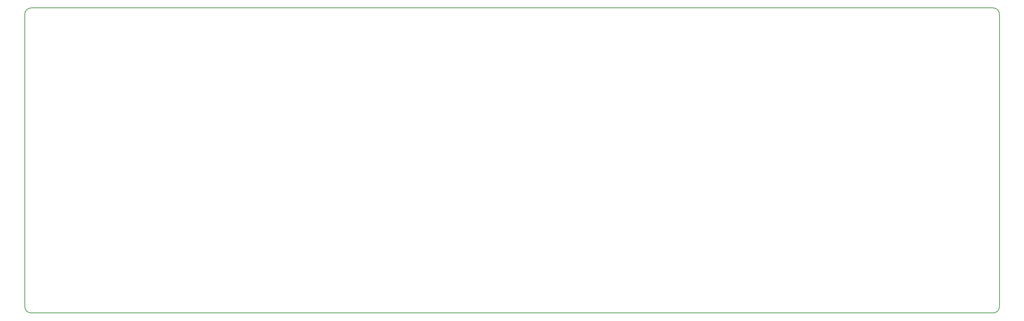
<source format=gbr>
%TF.GenerationSoftware,KiCad,Pcbnew,(7.99.0-267-g8440d7258b)*%
%TF.CreationDate,2023-08-22T22:48:40-07:00*%
%TF.ProjectId,minibaen r2,6d696e69-6261-4656-9e20-72322e6b6963,rev?*%
%TF.SameCoordinates,Original*%
%TF.FileFunction,Profile,NP*%
%FSLAX46Y46*%
G04 Gerber Fmt 4.6, Leading zero omitted, Abs format (unit mm)*
G04 Created by KiCad (PCBNEW (7.99.0-267-g8440d7258b)) date 2023-08-22 22:48:40*
%MOMM*%
%LPD*%
G01*
G04 APERTURE LIST*
%TA.AperFunction,Profile*%
%ADD10C,0.200000*%
%TD*%
G04 APERTURE END LIST*
D10*
X261273250Y-94869000D02*
X21560750Y-94869000D01*
X19973250Y-93281500D02*
X19973250Y-20256500D01*
X21560750Y-18669000D02*
G75*
G03*
X19973250Y-20256500I-3J-1587497D01*
G01*
X262860700Y-20256500D02*
G75*
G03*
X261273250Y-18669000I-1587500J0D01*
G01*
X19973250Y-93281500D02*
G75*
G03*
X21560750Y-94869000I1587478J-22D01*
G01*
X21560750Y-18669000D02*
X261273250Y-18669000D01*
X262860750Y-20256500D02*
X262860750Y-93281500D01*
X261273250Y-94868950D02*
G75*
G03*
X262860750Y-93281500I-50J1587550D01*
G01*
M02*

</source>
